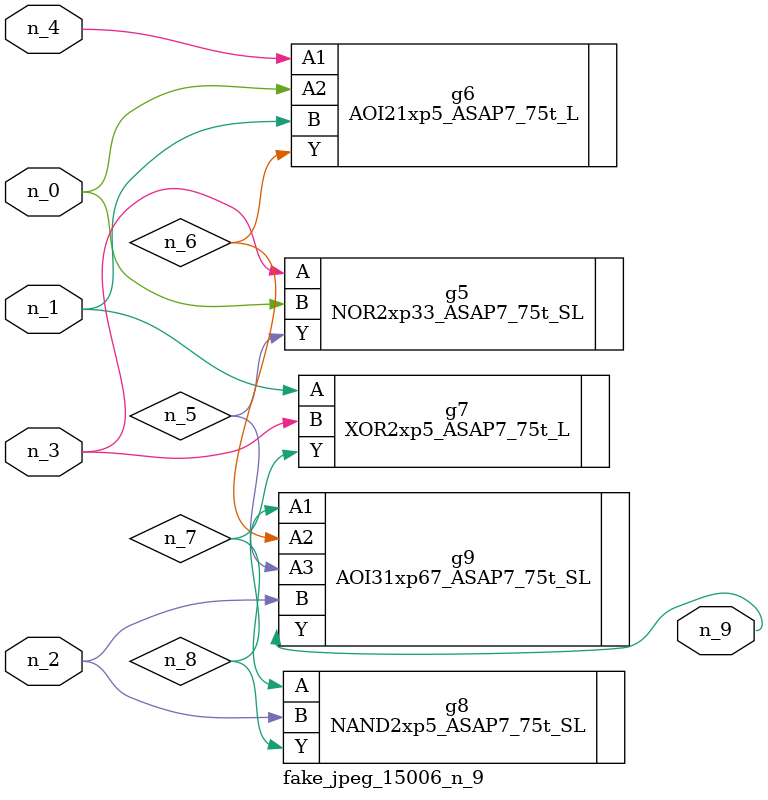
<source format=v>
module fake_jpeg_15006_n_9 (n_3, n_2, n_1, n_0, n_4, n_9);

input n_3;
input n_2;
input n_1;
input n_0;
input n_4;

output n_9;

wire n_8;
wire n_6;
wire n_5;
wire n_7;

NOR2xp33_ASAP7_75t_SL g5 ( 
.A(n_3),
.B(n_0),
.Y(n_5)
);

AOI21xp5_ASAP7_75t_L g6 ( 
.A1(n_4),
.A2(n_0),
.B(n_1),
.Y(n_6)
);

XOR2xp5_ASAP7_75t_L g7 ( 
.A(n_1),
.B(n_3),
.Y(n_7)
);

NAND2xp5_ASAP7_75t_SL g8 ( 
.A(n_7),
.B(n_2),
.Y(n_8)
);

AOI31xp67_ASAP7_75t_SL g9 ( 
.A1(n_8),
.A2(n_6),
.A3(n_5),
.B(n_2),
.Y(n_9)
);


endmodule
</source>
